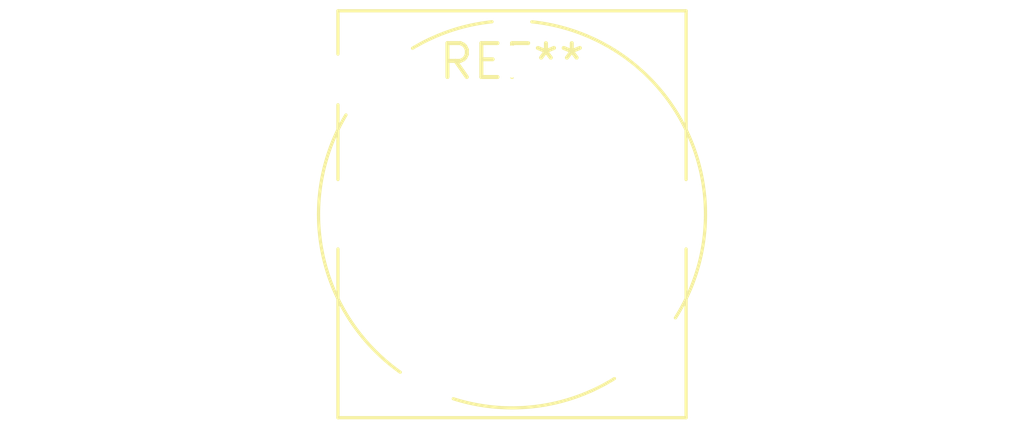
<source format=kicad_pcb>
(kicad_pcb (version 20240108) (generator pcbnew)
  (layers (0 "F.Cu" signal) (31 "B.Cu" signal) (34 "B.Paste" user) (35 "F.Paste" user) (36 "B.SilkS" user "B.Silkscreen") (37 "F.SilkS" user "F.Silkscreen") (38 "B.Mask" user) (39 "F.Mask" user) (44 "Edge.Cuts" user))
  (net 0 "")
  (footprint "Jack_6.35mm_Neutrik_NJ5FD-V_Vertical" (layer "F.Cu") (at 0 0)
    (property "Reference" "REF**")
    (property "Value" "Jack_6.35mm_Neutrik_NJ5FD-V_Vertical")
    (fp_line (start -6.52 -1.9) (end -6.52 -0.28) (layer "F.SilkS") (stroke (width 0.12)))
    (fp_line (start -6.52 -1.9) (end 6.52 -1.9) (layer "F.SilkS") (stroke (width 0.12)))
    (fp_line (start -6.52 1.62) (end -6.52 4.42) (layer "F.SilkS") (stroke (width 0.12)))
    (fp_line (start -6.52 7.02) (end -6.52 13.34) (layer "F.SilkS") (stroke (width 0.12)))
    (fp_line (start -6.52 13.34) (end 6.52 13.34) (layer "F.SilkS") (stroke (width 0.12)))
    (fp_line (start 6.52 -1.9) (end 6.52 4.42) (layer "F.SilkS") (stroke (width 0.12)))
    (fp_line (start 6.52 7.02) (end 6.52 13.34) (layer "F.SilkS") (stroke (width 0.12)))
    (fp_arc (start -4.186229 11.636273) (mid -7.091321 7.21665) (end -6.22 2) (layer "F.SilkS") (stroke (width 0.12)))
    (fp_arc (start -3.726809 -0.497515) (mid -2.292752 -1.156764) (end -0.75 -1.49) (layer "F.SilkS") (stroke (width 0.12)))
    (fp_arc (start 0.741615 -1.488246) (mid 6.519796 2.557554) (end 6.12 9.6) (layer "F.SilkS") (stroke (width 0.12)))
    (fp_arc (start 3.836366 11.873893) (mid 0.901303 12.915537) (end -2.2 12.63) (layer "F.SilkS") (stroke (width 0.12)))
    (pad "" np_thru_hole circle (at -3.18 12.07 180) (size 1.6 1.6) (drill 1.6) (layers *.Cu *.Mask))
    (pad "" np_thru_hole circle (at 3.81 1.91 180) (size 2.1 2.1) (drill 2.1) (layers *.Cu *.Mask))
    (pad "R" thru_hole circle (at 5.08 5.72 180) (size 3.4 3.4) (drill 1.6) (layers *.Cu *.Mask) (remove_unused_layers))
    (pad "RN" thru_hole circle (at 4.45 10.17 180) (size 3 3) (drill 1.2) (layers *.Cu *.Mask) (remove_unused_layers))
    (pad "S" thru_hole circle (at -5.08 5.72 180) (size 3.4 3.4) (drill 1.6) (layers *.Cu *.Mask) (remove_unused_layers))
    (pad "T" thru_hole circle (at 0 0 180) (size 3 3) (drill 1.2) (layers *.Cu *.Mask) (remove_unused_layers))
    (pad "TN" thru_hole circle (at -5.08 0.64 180) (size 3 3) (drill 1.2) (layers *.Cu *.Mask) (remove_unused_layers))
  )
)
</source>
